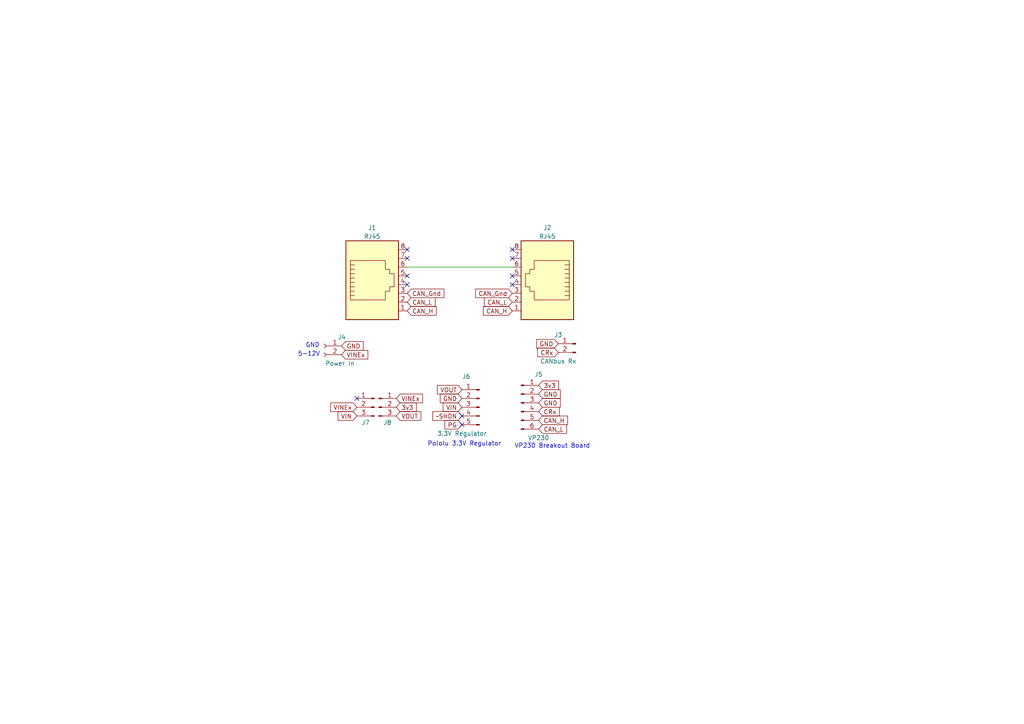
<source format=kicad_sch>
(kicad_sch (version 20230121) (generator eeschema)
  (paper "A4")
  (lib_symbols
    (symbol "Connector:Conn_01x02_Pin" (pin_names (offset 1.016) hide)
      (property "Reference" "J" (at 0 2.54 0))
      (property "Value" "Conn_01x02_Pin" (at 0 -5.08 0))
      (symbol "Conn_01x02_Pin_1_1"
        (polyline (pts (xy 1.27 -2.54) (xy 0.8636 -2.54)) (stroke (width 0.1524)))
        (polyline (pts (xy 1.27 0) (xy 0.8636 0)) (stroke (width 0.1524)))
        (rectangle (start 0.8636 -2.413) (end 0 -2.667) (stroke (width 0.1524)) (fill (type outline)))
        (rectangle (start 0.8636 0.127) (end 0 -0.127) (stroke (width 0.1524)) (fill (type outline)))
        (pin passive line (at 5.08 0 180) (length 3.81) (name "Pin_1") (number "1"))
        (pin passive line (at 5.08 -2.54 180) (length 3.81) (name "Pin_2") (number "2"))
      )
    )
    (symbol "Connector:Conn_01x02_Socket" (pin_names (offset 1.016) hide)
      (property "Reference" "J" (at 0 2.54 0))
      (property "Value" "Conn_01x02_Socket" (at 0 -5.08 0))
      (symbol "Conn_01x02_Socket_1_1"
        (arc (start 0 -2.032) (mid -0.5058 -2.54) (end 0 -3.048) (stroke (width 0.1524)))
        (polyline (pts (xy -1.27 -2.54) (xy -0.508 -2.54)) (stroke (width 0.1524)))
        (polyline (pts (xy -1.27 0) (xy -0.508 0)) (stroke (width 0.1524)))
        (arc (start 0 0.508) (mid -0.5058 0) (end 0 -0.508) (stroke (width 0.1524)))
        (pin passive line (at -5.08 0 0) (length 3.81) (name "Pin_1") (number "1"))
        (pin passive line (at -5.08 -2.54 0) (length 3.81) (name "Pin_2") (number "2"))
      )
    )
    (symbol "Connector:Conn_01x03_Pin" (pin_names (offset 1.016) hide)
      (property "Reference" "J" (at 0 5.08 0))
      (property "Value" "Conn_01x03_Pin" (at 0 -5.08 0))
      (symbol "Conn_01x03_Pin_1_1"
        (polyline (pts (xy 1.27 -2.54) (xy 0.8636 -2.54)) (stroke (width 0.1524)))
        (polyline (pts (xy 1.27 0) (xy 0.8636 0)) (stroke (width 0.1524)))
        (polyline (pts (xy 1.27 2.54) (xy 0.8636 2.54)) (stroke (width 0.1524)))
        (rectangle (start 0.8636 -2.413) (end 0 -2.667) (stroke (width 0.1524)) (fill (type outline)))
        (rectangle (start 0.8636 0.127) (end 0 -0.127) (stroke (width 0.1524)) (fill (type outline)))
        (rectangle (start 0.8636 2.667) (end 0 2.413) (stroke (width 0.1524)) (fill (type outline)))
        (pin passive line (at 5.08 2.54 180) (length 3.81) (name "Pin_1") (number "1"))
        (pin passive line (at 5.08 0 180) (length 3.81) (name "Pin_2") (number "2"))
        (pin passive line (at 5.08 -2.54 180) (length 3.81) (name "Pin_3") (number "3"))
      )
    )
    (symbol "Connector:Conn_01x05_Pin" (pin_names (offset 1.016) hide)
      (property "Reference" "J" (at 0 7.62 0))
      (property "Value" "Conn_01x05_Pin" (at 0 -7.62 0))
      (symbol "Conn_01x05_Pin_1_1"
        (polyline (pts (xy 1.27 -5.08) (xy 0.8636 -5.08)) (stroke (width 0.1524)))
        (polyline (pts (xy 1.27 -2.54) (xy 0.8636 -2.54)) (stroke (width 0.1524)))
        (polyline (pts (xy 1.27 0) (xy 0.8636 0)) (stroke (width 0.1524)))
        (polyline (pts (xy 1.27 2.54) (xy 0.8636 2.54)) (stroke (width 0.1524)))
        (polyline (pts (xy 1.27 5.08) (xy 0.8636 5.08)) (stroke (width 0.1524)))
        (rectangle (start 0.8636 -4.953) (end 0 -5.207) (stroke (width 0.1524)) (fill (type outline)))
        (rectangle (start 0.8636 -2.413) (end 0 -2.667) (stroke (width 0.1524)) (fill (type outline)))
        (rectangle (start 0.8636 0.127) (end 0 -0.127) (stroke (width 0.1524)) (fill (type outline)))
        (rectangle (start 0.8636 2.667) (end 0 2.413) (stroke (width 0.1524)) (fill (type outline)))
        (rectangle (start 0.8636 5.207) (end 0 4.953) (stroke (width 0.1524)) (fill (type outline)))
        (pin passive line (at 5.08 5.08 180) (length 3.81) (name "Pin_1") (number "1"))
        (pin passive line (at 5.08 2.54 180) (length 3.81) (name "Pin_2") (number "2"))
        (pin passive line (at 5.08 0 180) (length 3.81) (name "Pin_3") (number "3"))
        (pin passive line (at 5.08 -2.54 180) (length 3.81) (name "Pin_4") (number "4"))
        (pin passive line (at 5.08 -5.08 180) (length 3.81) (name "Pin_5") (number "5"))
      )
    )
    (symbol "Connector:Conn_01x06_Pin" (pin_names (offset 1.016) hide)
      (property "Reference" "J" (at 0 7.62 0))
      (property "Value" "Conn_01x06_Pin" (at 0 -10.16 0))
      (symbol "Conn_01x06_Pin_1_1"
        (polyline (pts (xy 1.27 -7.62) (xy 0.8636 -7.62)) (stroke (width 0.1524)))
        (polyline (pts (xy 1.27 -5.08) (xy 0.8636 -5.08)) (stroke (width 0.1524)))
        (polyline (pts (xy 1.27 -2.54) (xy 0.8636 -2.54)) (stroke (width 0.1524)))
        (polyline (pts (xy 1.27 0) (xy 0.8636 0)) (stroke (width 0.1524)))
        (polyline (pts (xy 1.27 2.54) (xy 0.8636 2.54)) (stroke (width 0.1524)))
        (polyline (pts (xy 1.27 5.08) (xy 0.8636 5.08)) (stroke (width 0.1524)))
        (rectangle (start 0.8636 -7.493) (end 0 -7.747) (stroke (width 0.1524)) (fill (type outline)))
        (rectangle (start 0.8636 -4.953) (end 0 -5.207) (stroke (width 0.1524)) (fill (type outline)))
        (rectangle (start 0.8636 -2.413) (end 0 -2.667) (stroke (width 0.1524)) (fill (type outline)))
        (rectangle (start 0.8636 0.127) (end 0 -0.127) (stroke (width 0.1524)) (fill (type outline)))
        (rectangle (start 0.8636 2.667) (end 0 2.413) (stroke (width 0.1524)) (fill (type outline)))
        (rectangle (start 0.8636 5.207) (end 0 4.953) (stroke (width 0.1524)) (fill (type outline)))
        (pin passive line (at 5.08 5.08 180) (length 3.81) (name "Pin_1") (number "1"))
        (pin passive line (at 5.08 2.54 180) (length 3.81) (name "Pin_2") (number "2"))
        (pin passive line (at 5.08 0 180) (length 3.81) (name "Pin_3") (number "3"))
        (pin passive line (at 5.08 -2.54 180) (length 3.81) (name "Pin_4") (number "4"))
        (pin passive line (at 5.08 -5.08 180) (length 3.81) (name "Pin_5") (number "5"))
        (pin passive line (at 5.08 -7.62 180) (length 3.81) (name "Pin_6") (number "6"))
      )
    )
    (symbol "Connector:RJ45" (pin_names (offset 1.016))
      (property "Reference" "J" (at -5.08 13.97 0))
      (property "Value" "RJ45" (at 2.54 13.97 0))
      (symbol "RJ45_0_1"
        (polyline (pts (xy -5.08 4.445) (xy -6.35 4.445)))
        (polyline (pts (xy -5.08 5.715) (xy -6.35 5.715)))
        (polyline (pts (xy -6.35 -3.175) (xy -5.08 -3.175) (xy -5.08 -3.175)))
        (polyline (pts (xy -6.35 -1.905) (xy -5.08 -1.905) (xy -5.08 -1.905)))
        (polyline (pts (xy -6.35 -0.635) (xy -5.08 -0.635) (xy -5.08 -0.635)))
        (polyline (pts (xy -6.35 0.635) (xy -5.08 0.635) (xy -5.08 0.635)))
        (polyline (pts (xy -6.35 1.905) (xy -5.08 1.905) (xy -5.08 1.905)))
        (polyline (pts (xy -5.08 3.175) (xy -6.35 3.175) (xy -6.35 3.175)))
        (polyline (pts (xy -6.35 -4.445) (xy -6.35 6.985) (xy 3.81 6.985) (xy 3.81 4.445) (xy 5.08 4.445) (xy 5.08 3.175) (xy 6.35 3.175) (xy 6.35 -0.635) (xy 5.08 -0.635) (xy 5.08 -1.905) (xy 3.81 -1.905) (xy 3.81 -4.445) (xy -6.35 -4.445) (xy -6.35 -4.445)))
        (rectangle (start 7.62 12.7) (end -7.62 -10.16) (stroke (width 0.254)) (fill (type background)))
      )
      (symbol "RJ45_1_1"
        (pin passive line (at 10.16 -7.62 180) (length 2.54) (name "~") (number "1"))
        (pin passive line (at 10.16 -5.08 180) (length 2.54) (name "~") (number "2"))
        (pin passive line (at 10.16 -2.54 180) (length 2.54) (name "~") (number "3"))
        (pin passive line (at 10.16 0 180) (length 2.54) (name "~") (number "4"))
        (pin passive line (at 10.16 2.54 180) (length 2.54) (name "~") (number "5"))
        (pin passive line (at 10.16 5.08 180) (length 2.54) (name "~") (number "6"))
        (pin passive line (at 10.16 7.62 180) (length 2.54) (name "~") (number "7"))
        (pin passive line (at 10.16 10.16 180) (length 2.54) (name "~") (number "8"))
      )
    )
  )
  (no_connect (at 118.11 82.55))
  (no_connect (at 118.11 74.93))
  (no_connect (at 133.985 120.65))
  (no_connect (at 103.505 115.57))
  (no_connect (at 118.11 72.39))
  (no_connect (at 118.11 80.01))
  (no_connect (at 148.59 82.55))
  (no_connect (at 148.59 72.39))
  (no_connect (at 133.985 123.19))
  (no_connect (at 148.59 74.93))
  (no_connect (at 148.59 80.01))
  (wire (pts (xy 118.11 77.47) (xy 148.59 77.47)))
  (text "Pololu 3.3V Regulator" (at 145.415 129.54 0) (effects (font (size 1.27 1.27)) (justify right bottom)))
  (text "5-12V" (at 86.36 103.505 0) (effects (font (size 1.27 1.27)) (justify left bottom)))
  (text "VP230 Breakout Board" (at 149.225 130.175 0) (effects (font (size 1.27 1.27)) (justify left bottom)))
  (text "GND" (at 92.71 100.965 0) (effects (font (size 1.27 1.27)) (justify right bottom)))
  (global_label "VIN" (shape input) (at 103.505 120.65 180) (property "Intersheetrefs" "${INTERSHEET_REFS}" (effects hide)))
  (global_label "CAN_H" (shape input) (at 156.21 121.92 0) (property "Intersheetrefs" "${INTERSHEET_REFS}" (effects hide)))
  (global_label "CAN_Gnd" (shape input) (at 118.11 85.09 0) (property "Intersheetrefs" "${INTERSHEET_REFS}" (effects hide)))
  (global_label "3v3" (shape input) (at 156.21 111.76 0) (property "Intersheetrefs" "${INTERSHEET_REFS}" (effects hide)))
  (global_label "VINEx" (shape input) (at 114.935 115.57 0) (property "Intersheetrefs" "${INTERSHEET_REFS}" (effects hide)))
  (global_label "CRx" (shape input) (at 161.925 102.235 180) (property "Intersheetrefs" "${INTERSHEET_REFS}" (effects hide)))
  (global_label "VOUT" (shape input) (at 114.935 120.65 0) (property "Intersheetrefs" "${INTERSHEET_REFS}" (effects hide)))
  (global_label "GND" (shape input) (at 156.21 114.3 0) (property "Intersheetrefs" "${INTERSHEET_REFS}" (effects hide)))
  (global_label "3v3" (shape input) (at 114.935 118.11 0) (property "Intersheetrefs" "${INTERSHEET_REFS}" (effects hide)))
  (global_label "CAN_L" (shape input) (at 156.21 124.46 0) (property "Intersheetrefs" "${INTERSHEET_REFS}" (effects hide)))
  (global_label "VOUT" (shape input) (at 133.985 113.03 180) (property "Intersheetrefs" "${INTERSHEET_REFS}" (effects hide)))
  (global_label "GND" (shape input) (at 133.985 115.57 180) (property "Intersheetrefs" "${INTERSHEET_REFS}" (effects hide)))
  (global_label "CAN_L" (shape input) (at 118.11 87.63 0) (property "Intersheetrefs" "${INTERSHEET_REFS}" (effects hide)))
  (global_label "VINEx" (shape input) (at 99.06 102.87 0) (property "Intersheetrefs" "${INTERSHEET_REFS}" (effects hide)))
  (global_label "GND" (shape input) (at 161.925 99.695 180) (property "Intersheetrefs" "${INTERSHEET_REFS}" (effects hide)))
  (global_label "CAN_H" (shape input) (at 118.11 90.17 0) (property "Intersheetrefs" "${INTERSHEET_REFS}" (effects hide)))
  (global_label "CAN_H" (shape input) (at 148.59 90.17 180) (property "Intersheetrefs" "${INTERSHEET_REFS}" (effects hide)))
  (global_label "GND" (shape input) (at 99.06 100.33 0) (property "Intersheetrefs" "${INTERSHEET_REFS}" (effects hide)))
  (global_label "CRx" (shape input) (at 156.21 119.38 0) (property "Intersheetrefs" "${INTERSHEET_REFS}" (effects hide)))
  (global_label "PG" (shape input) (at 133.985 123.19 180) (property "Intersheetrefs" "${INTERSHEET_REFS}" (effects hide)))
  (global_label "GND" (shape input) (at 156.21 116.84 0) (property "Intersheetrefs" "${INTERSHEET_REFS}" (effects hide)))
  (global_label "VIN" (shape input) (at 133.985 118.11 180) (property "Intersheetrefs" "${INTERSHEET_REFS}" (effects hide)))
  (global_label "CAN_L" (shape input) (at 148.59 87.63 180) (property "Intersheetrefs" "${INTERSHEET_REFS}" (effects hide)))
  (global_label "~SHDN" (shape input) (at 133.985 120.65 180) (property "Intersheetrefs" "${INTERSHEET_REFS}" (effects hide)))
  (global_label "VINEx" (shape input) (at 103.505 118.11 180) (property "Intersheetrefs" "${INTERSHEET_REFS}" (effects hide)))
  (global_label "CAN_Gnd" (shape input) (at 148.59 85.09 180) (property "Intersheetrefs" "${INTERSHEET_REFS}" (effects hide)))
  (symbol (lib_id "Connector:RJ45") (at 107.95 82.55 0) (unit 1)
    (property "Reference" "J1" (at 107.95 66.04 0))
    (property "Value" "RJ45" (at 107.95 68.58 0))
    (property "Footprint" "Connector_RJ:RJ45_Amphenol_RJHSE538X" (effects hide))
  )
  (symbol (lib_id "Connector:Conn_01x02_Socket") (at 93.98 100.33 0) (mirror y) (unit 1)
    (property "Reference" "J4" (at 100.33 97.79 0) (effects (justify left)))
    (property "Value" "Power In" (at 102.87 105.41 0) (effects (justify left)))
    (property "Footprint" "Connector_PinSocket_2.54mm:PinSocket_1x02_P2.54mm_Vertical" (effects hide))
  )
  (symbol (lib_id "Connector:Conn_01x03_Pin") (at 109.855 118.11 0) (unit 1)
    (property "Reference" "J8" (at 112.395 122.555 0))
    (property "Value" "Conn_01x03_Pin" (effects hide))
    (property "Footprint" "Connector_PinHeader_2.54mm:PinHeader_1x03_P2.54mm_Vertical" (effects hide))
  )
  (symbol (lib_id "Connector:Conn_01x05_Pin") (at 139.065 118.11 0) (mirror y) (unit 1)
    (property "Reference" "J6" (at 135.255 109.22 0))
    (property "Value" "3.3V Regulator" (at 133.985 125.73 0))
  )
  (symbol (lib_id "Connector:Conn_01x06_Pin") (at 151.13 116.84 0) (unit 1)
    (property "Reference" "J5" (at 156.21 108.585 0))
    (property "Value" "VP230" (at 156.21 127 0))
    (property "Footprint" ".tlsFootprints:VP230 Breakout" (effects hide))
  )
  (symbol (lib_id "Connector:Conn_01x02_Pin") (at 167.005 99.695 0) (mirror y) (unit 1)
    (property "Reference" "J3" (at 161.925 97.155 0))
    (property "Value" "CANbus Rx" (at 161.925 104.775 0))
    (property "Footprint" "Connector_PinHeader_2.54mm:PinHeader_1x02_P2.54mm_Vertical" (effects hide))
  )
  (symbol (lib_id "Connector:Conn_01x03_Pin") (at 108.585 118.11 0) (mirror y) (unit 1)
    (property "Reference" "J7" (at 106.045 122.555 0))
    (property "Value" "Conn_01x03_Pin" (effects hide))
    (property "Footprint" "Connector_PinHeader_2.54mm:PinHeader_1x03_P2.54mm_Vertical" (effects hide))
  )
  (symbol (lib_id "Connector:RJ45") (at 158.75 82.55 0) (mirror y) (unit 1)
    (property "Reference" "J2" (at 158.75 66.04 0))
    (property "Value" "RJ45" (at 158.75 68.58 0))
    (property "Footprint" "Connector_RJ:RJ45_Amphenol_RJHSE538X" (effects hide))
  )
)
</source>
